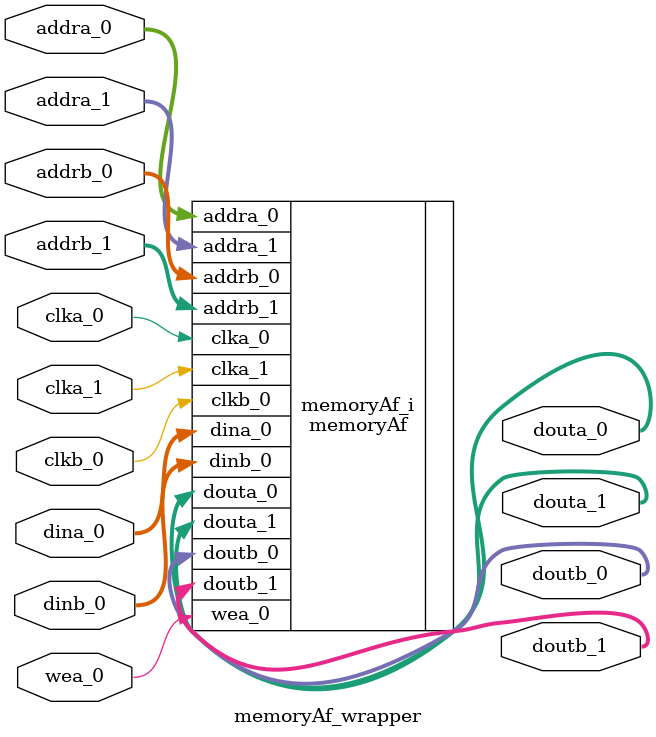
<source format=v>
`timescale 1 ps / 1 ps

module memoryAf_wrapper
   (addra_0,
    addra_1,
    addrb_0,
    addrb_1,
    clka_0,
    clka_1,
    clkb_0,
    dina_0,
    dinb_0,
    douta_0,
    douta_1,
    doutb_0,
    doutb_1,
    wea_0);
  input [6:0]addra_0;
  input [7:0]addra_1;
  input [6:0]addrb_0;
  input [7:0]addrb_1;
  input clka_0;
  input clka_1;
  input clkb_0;
  input [7:0]dina_0;
  input [7:0]dinb_0;
  output [7:0]douta_0;
  output [7:0]douta_1;
  output [7:0]doutb_0;
  output [7:0]doutb_1;
  input [0:0]wea_0;

  wire [6:0]addra_0;
  wire [7:0]addra_1;
  wire [6:0]addrb_0;
  wire [7:0]addrb_1;
  wire clka_0;
  wire clka_1;
  wire clkb_0;
  wire [7:0]dina_0;
  wire [7:0]dinb_0;
  wire [7:0]douta_0;
  wire [7:0]douta_1;
  wire [7:0]doutb_0;
  wire [7:0]doutb_1;
  wire [0:0]wea_0;

  memoryAf memoryAf_i
       (.addra_0(addra_0),
        .addra_1(addra_1),
        .addrb_0(addrb_0),
        .addrb_1(addrb_1),
        .clka_0(clka_0),
        .clka_1(clka_1),
        .clkb_0(clkb_0),
        .dina_0(dina_0),
        .dinb_0(dinb_0),
        .douta_0(douta_0),
        .douta_1(douta_1),
        .doutb_0(doutb_0),
        .doutb_1(doutb_1),
        .wea_0(wea_0));
endmodule

</source>
